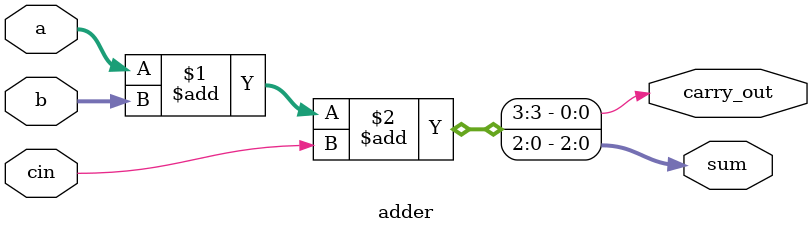
<source format=v>
module adder(carry_out,sum,a,b,cin);
   input [2:0] a,b;
   input       cin;
   output      carry_out;
   output [2:0] sum;
   assign {carry_out,sum} = a+b+cin;
endmodule

</source>
